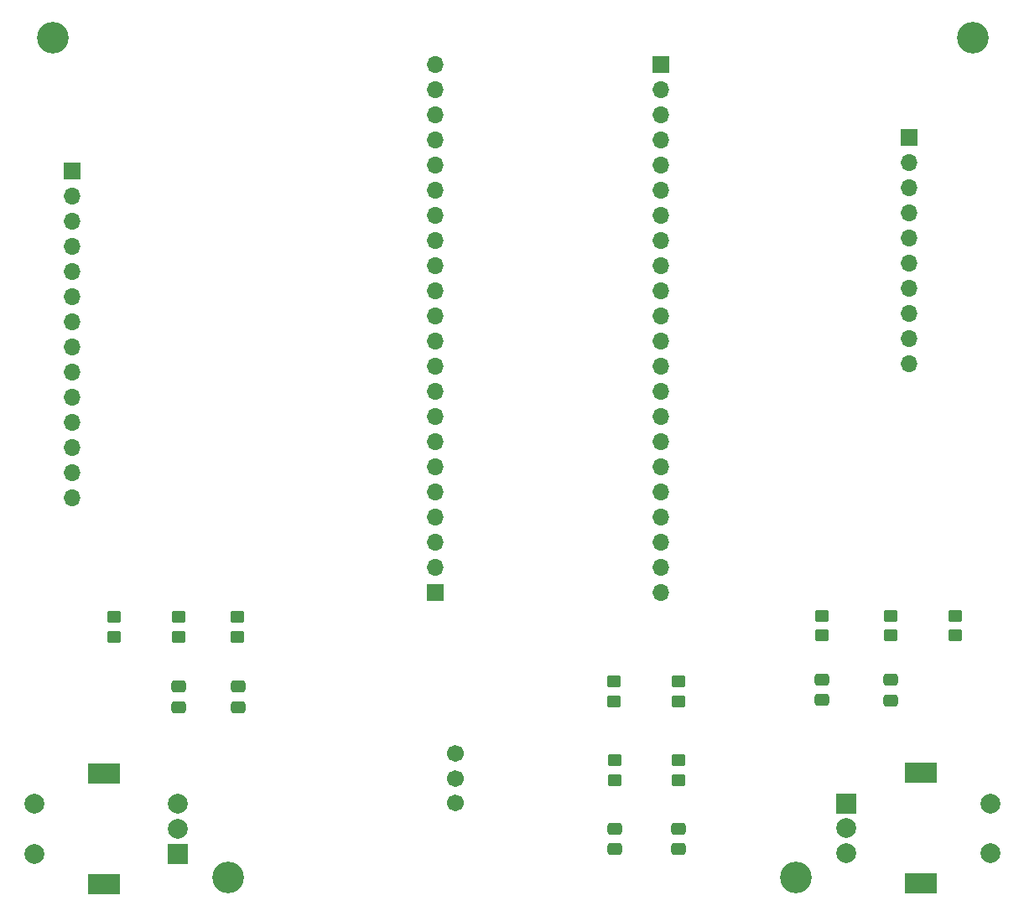
<source format=gts>
%TF.GenerationSoftware,KiCad,Pcbnew,8.0.1-rc1*%
%TF.CreationDate,2024-08-02T11:20:45-04:00*%
%TF.ProjectId,Schema,53636865-6d61-42e6-9b69-6361645f7063,rev?*%
%TF.SameCoordinates,Original*%
%TF.FileFunction,Soldermask,Top*%
%TF.FilePolarity,Negative*%
%FSLAX46Y46*%
G04 Gerber Fmt 4.6, Leading zero omitted, Abs format (unit mm)*
G04 Created by KiCad (PCBNEW 8.0.1-rc1) date 2024-08-02 11:20:45*
%MOMM*%
%LPD*%
G01*
G04 APERTURE LIST*
G04 Aperture macros list*
%AMRoundRect*
0 Rectangle with rounded corners*
0 $1 Rounding radius*
0 $2 $3 $4 $5 $6 $7 $8 $9 X,Y pos of 4 corners*
0 Add a 4 corners polygon primitive as box body*
4,1,4,$2,$3,$4,$5,$6,$7,$8,$9,$2,$3,0*
0 Add four circle primitives for the rounded corners*
1,1,$1+$1,$2,$3*
1,1,$1+$1,$4,$5*
1,1,$1+$1,$6,$7*
1,1,$1+$1,$8,$9*
0 Add four rect primitives between the rounded corners*
20,1,$1+$1,$2,$3,$4,$5,0*
20,1,$1+$1,$4,$5,$6,$7,0*
20,1,$1+$1,$6,$7,$8,$9,0*
20,1,$1+$1,$8,$9,$2,$3,0*%
G04 Aperture macros list end*
%ADD10RoundRect,0.250000X0.450000X-0.350000X0.450000X0.350000X-0.450000X0.350000X-0.450000X-0.350000X0*%
%ADD11RoundRect,0.250000X-0.475000X0.337500X-0.475000X-0.337500X0.475000X-0.337500X0.475000X0.337500X0*%
%ADD12C,3.200000*%
%ADD13R,1.700000X1.700000*%
%ADD14O,1.700000X1.700000*%
%ADD15RoundRect,0.250000X-0.450000X0.350000X-0.450000X-0.350000X0.450000X-0.350000X0.450000X0.350000X0*%
%ADD16R,2.000000X2.000000*%
%ADD17C,2.000000*%
%ADD18R,3.200000X2.000000*%
%ADD19C,1.701800*%
G04 APERTURE END LIST*
D10*
%TO.C,R3*%
X79810000Y-96472500D03*
X79810000Y-94472500D03*
%TD*%
%TO.C,R12*%
X130340000Y-110907500D03*
X130340000Y-108907500D03*
%TD*%
%TO.C,R10*%
X136840000Y-110907500D03*
X136840000Y-108907500D03*
%TD*%
D11*
%TO.C,C5*%
X136840000Y-115832500D03*
X136840000Y-117907500D03*
%TD*%
D12*
%TO.C,REF\u002A\u002A*%
X91350000Y-120750000D03*
%TD*%
D13*
%TO.C,J4*%
X75620000Y-49360000D03*
D14*
X75620000Y-51900000D03*
X75620000Y-54440000D03*
X75620000Y-56980000D03*
X75620000Y-59520000D03*
X75620000Y-62060000D03*
X75620000Y-64600000D03*
X75620000Y-67140000D03*
X75620000Y-69680000D03*
X75620000Y-72220000D03*
X75620000Y-74760000D03*
X75620000Y-77300000D03*
X75620000Y-79840000D03*
X75620000Y-82380000D03*
%TD*%
D10*
%TO.C,R1*%
X86310000Y-96472500D03*
X86310000Y-94472500D03*
%TD*%
D12*
%TO.C,REF\u002A\u002A*%
X148700000Y-120750000D03*
%TD*%
D15*
%TO.C,R4*%
X158260000Y-94340000D03*
X158260000Y-96340000D03*
%TD*%
%TO.C,R16*%
X164760000Y-94340000D03*
X164760000Y-96340000D03*
%TD*%
D12*
%TO.C,REF\u002A\u002A*%
X73650000Y-35900000D03*
%TD*%
D11*
%TO.C,C8*%
X158260000Y-100802500D03*
X158260000Y-102877500D03*
%TD*%
D15*
%TO.C,R13*%
X151260000Y-94340000D03*
X151260000Y-96340000D03*
%TD*%
D16*
%TO.C,SW1*%
X86280000Y-118360000D03*
D17*
X86280000Y-113360000D03*
X86280000Y-115860000D03*
D18*
X78780000Y-121460000D03*
X78780000Y-110260000D03*
D17*
X71780000Y-113360000D03*
X71780000Y-118360000D03*
%TD*%
D12*
%TO.C,REF\u002A\u002A*%
X166500000Y-35900000D03*
%TD*%
D11*
%TO.C,C2*%
X86310000Y-101472500D03*
X86310000Y-103547500D03*
%TD*%
D10*
%TO.C,R9*%
X136820000Y-102980000D03*
X136820000Y-100980000D03*
%TD*%
D11*
%TO.C,C6*%
X130340000Y-115832500D03*
X130340000Y-117907500D03*
%TD*%
%TO.C,C11*%
X151260000Y-100765000D03*
X151260000Y-102840000D03*
%TD*%
%TO.C,C1*%
X92340000Y-101490000D03*
X92340000Y-103565000D03*
%TD*%
D10*
%TO.C,R2*%
X92310000Y-96472500D03*
X92310000Y-94472500D03*
%TD*%
D19*
%TO.C,SW3*%
X114269100Y-108270000D03*
X114269100Y-110770000D03*
X114269100Y-113270000D03*
%TD*%
D16*
%TO.C,SW2*%
X153780000Y-113280000D03*
D17*
X153780000Y-118280000D03*
X153780000Y-115780000D03*
D18*
X161280000Y-110180000D03*
X161280000Y-121380000D03*
D17*
X168280000Y-118280000D03*
X168280000Y-113280000D03*
%TD*%
D15*
%TO.C,R11*%
X130330000Y-100980000D03*
X130330000Y-102980000D03*
%TD*%
D13*
%TO.C,J3*%
X160110000Y-46030000D03*
D14*
X160110000Y-48570000D03*
X160110000Y-51110000D03*
X160110000Y-53650000D03*
X160110000Y-56190000D03*
X160110000Y-58730000D03*
X160110000Y-61270000D03*
X160110000Y-63810000D03*
X160110000Y-66350000D03*
X160110000Y-68890000D03*
%TD*%
D13*
%TO.C,J1*%
X112220000Y-92010000D03*
D14*
X112220000Y-89470000D03*
X112220000Y-86930000D03*
X112220000Y-84390000D03*
X112220000Y-81850000D03*
X112220000Y-79310000D03*
X112220000Y-76770000D03*
X112220000Y-74230000D03*
X112220000Y-71690000D03*
X112220000Y-69150000D03*
X112220000Y-66610000D03*
X112220000Y-64070000D03*
X112220000Y-61530000D03*
X112220000Y-58990000D03*
X112220000Y-56450000D03*
X112220000Y-53910000D03*
X112220000Y-51370000D03*
X112220000Y-48830000D03*
X112220000Y-46290000D03*
X112220000Y-43750000D03*
X112220000Y-41210000D03*
X112220000Y-38670000D03*
%TD*%
D13*
%TO.C,J2*%
X135070000Y-38660000D03*
D14*
X135070000Y-41200000D03*
X135070000Y-43740000D03*
X135070000Y-46280000D03*
X135070000Y-48820000D03*
X135070000Y-51360000D03*
X135070000Y-53900000D03*
X135070000Y-56440000D03*
X135070000Y-58980000D03*
X135070000Y-61520000D03*
X135070000Y-64060000D03*
X135070000Y-66600000D03*
X135070000Y-69140000D03*
X135070000Y-71680000D03*
X135070000Y-74220000D03*
X135070000Y-76760000D03*
X135070000Y-79300000D03*
X135070000Y-81840000D03*
X135070000Y-84380000D03*
X135070000Y-86920000D03*
X135070000Y-89460000D03*
X135070000Y-92000000D03*
%TD*%
M02*

</source>
